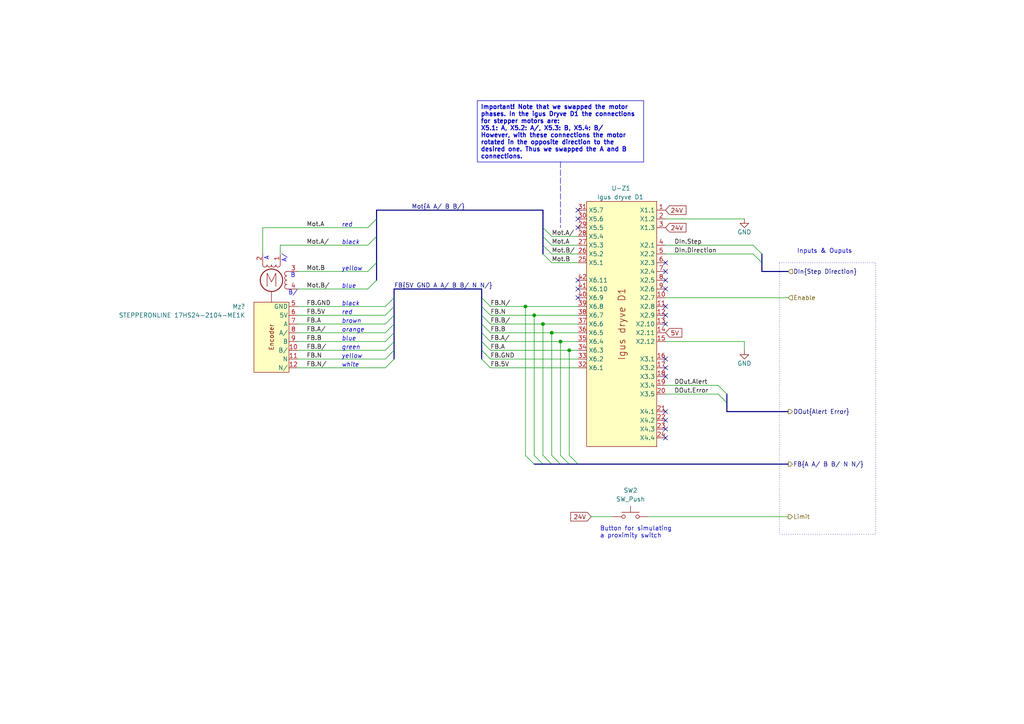
<source format=kicad_sch>
(kicad_sch (version 20250114) (generator "eeschema") (generator_version "9.0")
  (paper "A4")
  (title_block (title "Axis 1 - stepper motor") (date "2023-07-20") (company "CITIC Research Center & Department of Computer Engineering, University of A Coruña."))
  (lib_symbols
    (symbol "Gantry_Robot_Components:Igus_dryve_D1"
      (property "Reference" "U" (at 40.64 12.7 0))
      (property "Value" "Igus dryve D1" (at 25.4 -12.7 0))
      (symbol "Igus_dryve_D1_1_1"
        (rectangle (start -35.56 10.16) (end 35.56 -10.16) (fill (type background)))
        (text "Igus dryve D1" (at 0 0 0) (effects (font (size 2 2))))
        (pin power_in line (at -33.02 12.7 270) (length 2.54) (name "X1.1") (number "1"))
        (pin power_out line (at -33.02 -12.7 90) (length 2.54) (name "X5.7") (number "31"))
        (pin power_in line (at -30.48 12.7 270) (length 2.54) (name "X1.2") (number "2"))
        (pin power_out line (at -30.48 -12.7 90) (length 2.54) (name "X5.6") (number "30"))
        (pin power_in line (at -27.94 12.7 270) (length 2.54) (name "X1.3") (number "3"))
        (pin passive line (at -27.94 -12.7 90) (length 2.54) (name "X5.5") (number "29"))
        (pin passive line (at -25.4 -12.7 90) (length 2.54) (name "X5.4") (number "28"))
        (pin input line (at -22.86 12.7 270) (length 2.54) (name "X2.1") (number "4"))
        (pin passive line (at -22.86 -12.7 90) (length 2.54) (name "X5.3") (number "27"))
        (pin input line (at -20.32 12.7 270) (length 2.54) (name "X2.2") (number "5"))
        (pin passive line (at -20.32 -12.7 90) (length 2.54) (name "X5.2") (number "26"))
        (pin input line (at -17.78 12.7 270) (length 2.54) (name "X2.3") (number "6"))
        (pin passive line (at -17.78 -12.7 90) (length 2.54) (name "X5.1") (number "25"))
        (pin input line (at -15.24 12.7 270) (length 2.54) (name "X2.4") (number "7"))
        (pin input line (at -12.7 12.7 270) (length 2.54) (name "X2.5") (number "8"))
        (pin input line (at -12.7 -12.7 90) (length 2.54) (name "X6.11") (number "42"))
        (pin input line (at -10.16 12.7 270) (length 2.54) (name "X2.6") (number "9"))
        (pin input line (at -10.16 -12.7 90) (length 2.54) (name "X6.10") (number "41"))
        (pin input line (at -7.62 12.7 270) (length 2.54) (name "X2.7") (number "10"))
        (pin input line (at -7.62 -12.7 90) (length 2.54) (name "X6.9") (number "40"))
        (pin input line (at -5.08 12.7 270) (length 2.54) (name "X2.8") (number "11"))
        (pin input line (at -5.08 -12.7 90) (length 2.54) (name "X6.8") (number "39"))
        (pin input line (at -2.54 12.7 270) (length 2.54) (name "X2.9") (number "12"))
        (pin input line (at -2.54 -12.7 90) (length 2.54) (name "X6.7") (number "38"))
        (pin input line (at 0 12.7 270) (length 2.54) (name "X2.10") (number "13"))
        (pin input line (at 0 -12.7 90) (length 2.54) (name "X6.6") (number "37"))
        (pin power_in line (at 2.54 12.7 270) (length 2.54) (name "X2.11") (number "14"))
        (pin input line (at 2.54 -12.7 90) (length 2.54) (name "X6.5") (number "36"))
        (pin power_in line (at 5.08 12.7 270) (length 2.54) (name "X2.12") (number "15"))
        (pin input line (at 5.08 -12.7 90) (length 2.54) (name "X6.4") (number "35"))
        (pin input line (at 7.62 -12.7 90) (length 2.54) (name "X6.3") (number "34"))
        (pin output line (at 10.16 12.7 270) (length 2.54) (name "X3.1") (number "16"))
        (pin power_out line (at 10.16 -12.7 90) (length 2.54) (name "X6.2") (number "33"))
        (pin output line (at 12.7 12.7 270) (length 2.54) (name "X3.2") (number "17"))
        (pin power_out line (at 12.7 -12.7 90) (length 2.54) (name "X6.1") (number "32"))
        (pin output line (at 15.24 12.7 270) (length 2.54) (name "X3.3") (number "18"))
        (pin output line (at 17.78 12.7 270) (length 2.54) (name "X3.4") (number "19"))
        (pin output line (at 20.32 12.7 270) (length 2.54) (name "X3.5") (number "20"))
        (pin power_out line (at 25.4 12.7 270) (length 2.54) (name "X4.1") (number "21"))
        (pin input line (at 27.94 12.7 270) (length 2.54) (name "X4.2") (number "22"))
        (pin input line (at 30.48 12.7 270) (length 2.54) (name "X4.3") (number "23"))
        (pin power_out line (at 33.02 12.7 270) (length 2.54) (name "X4.4") (number "24"))
      )
    )
    (symbol "Gantry_Robot_Components:Stepper_Motor_Bipolar_with_RS-422_Encoder" (pin_names (offset 0.3))
      (property "Reference" "M" (at 7.62 -11.43 0))
      (property "Value" "Stepper_Motor_Bipolar_with_RS-422_Encoder" (at 7.62 -12.7 0))
      (symbol "Stepper_Motor_Bipolar_with_RS-422_Encoder_0_0"
        (polyline (pts (xy -1.27 -1.778) (xy -1.27 2.032) (xy 0 -0.508) (xy 1.27 2.032) (xy 1.27 -1.778)))
      )
      (symbol "Stepper_Motor_Bipolar_with_RS-422_Encoder_0_1"
        (polyline (pts (xy -5.08 2.54) (xy -4.445 2.54)))
        (polyline (pts (xy -5.08 -2.54) (xy -4.445 -2.54)))
        (arc (start -4.445 2.54) (mid -3.8127 1.905) (end -4.445 1.27))
        (arc (start -4.445 1.27) (mid -3.8127 0.635) (end -4.445 0))
        (arc (start -4.445 0) (mid -3.8127 -0.635) (end -4.445 -1.27))
        (arc (start -4.445 -1.27) (mid -3.8127 -1.905) (end -4.445 -2.54))
        (polyline (pts (xy -2.54 5.08) (xy -2.54 4.445)))
        (arc (start -1.27 4.445) (mid -1.905 3.8127) (end -2.54 4.445))
        (arc (start 0 4.445) (mid -0.635 3.8127) (end -1.27 4.445))
        (circle (center 0 0) (radius 3.2512) (stroke (width 0.254)))
        (polyline (pts (xy 0 -3.302) (xy 0 -6.35)))
        (arc (start 1.27 4.445) (mid 0.635 3.8127) (end 0 4.445))
        (arc (start 2.54 4.445) (mid 1.905 3.8127) (end 1.27 4.445))
        (polyline (pts (xy 2.54 5.08) (xy 2.54 4.445)))
      )
      (symbol "Stepper_Motor_Bipolar_with_RS-422_Encoder_1_1"
        (rectangle (start -5.08 -6.35) (end 5.08 -26.67) (fill (type background)))
        (text "Encoder" (at 0 -16.51 900) (effects (font (size 1.27 1.27))))
        (pin passive line (at -7.62 2.54 0) (length 2.54) (name "~") (number "3"))
        (pin passive line (at -7.62 -2.54 0) (length 2.54) (name "~") (number "4"))
        (pin power_in line (at -7.62 -7.62 0) (length 2.54) (name "GND") (number "5"))
        (pin power_in line (at -7.62 -10.16 0) (length 2.54) (name "5V") (number "6"))
        (pin output line (at -7.62 -12.7 0) (length 2.54) (name "A") (number "7"))
        (pin output line (at -7.62 -15.24 0) (length 2.54) (name "A/") (number "8"))
        (pin output line (at -7.62 -17.78 0) (length 2.54) (name "B") (number "9"))
        (pin output line (at -7.62 -20.32 0) (length 2.54) (name "B/") (number "10"))
        (pin output line (at -7.62 -22.86 0) (length 2.54) (name "N") (number "11"))
        (pin output line (at -7.62 -25.4 0) (length 2.54) (name "N/") (number "12"))
        (pin passive line (at -2.54 7.62 270) (length 2.54) (name "~") (number "1"))
        (pin passive line (at 2.54 7.62 270) (length 2.54) (name "~") (number "2"))
      )
    )
    (symbol "Switch:SW_Push" (pin_numbers (hide yes)) (pin_names (offset 1.016) (hide yes))
      (property "Reference" "SW" (at 1.27 2.54 0))
      (property "Value" "SW_Push" (at 0 -1.524 0))
      (symbol "SW_Push_0_1"
        (circle (center -2.032 0) (radius 0.508))
        (polyline (pts (xy 0 1.27) (xy 0 3.048)))
        (circle (center 2.032 0) (radius 0.508))
        (polyline (pts (xy 2.54 1.27) (xy -2.54 1.27)))
        (pin passive line (at -5.08 0 0) (length 2.54) (name "1") (number "1"))
        (pin passive line (at 5.08 0 180) (length 2.54) (name "2") (number "2"))
      )
    )
    (symbol "power:GND" (power) (pin_names (offset 0))
      (property "Value" "GND" (at 0 -3.81 0))
      (symbol "GND_0_1"
        (polyline (pts (xy 0 0) (xy 0 -1.27) (xy 1.27 -1.27) (xy 0 -2.54) (xy -1.27 -1.27) (xy 0 -1.27)))
      )
      (symbol "GND_1_1"
        (pin power_in line (at 0 0 270) (length 0) (hide yes) (name "GND") (number "1"))
      )
    )
  )
  (rectangle (start 226.06 76.2) (end 254 154.94) (stroke (width 0) (type dot)))
  (text "Inputs & Ouputs" (at 231.14 73.66 0) (effects (font (size 1.27 1.27)) (justify left bottom)))
  (text "green" (at 99.06 101.6 0) (effects (font (size 1.27 1.27) (italic yes)) (justify left bottom)))
  (text "B/" (at 86.36 85.725 0) (effects (font (size 1.27 1.27)) (justify right bottom)))
  (text "Button for simulating\na proximity switch" (at 173.99 156.21 0) (effects (font (size 1.27 1.27)) (justify left bottom)))
  (text "B" (at 85.725 80.645 0) (effects (font (size 1.27 1.27)) (justify right bottom)))
  (text "red" (at 99.06 91.44 0) (effects (font (size 1.27 1.27) (italic yes)) (justify left bottom)))
  (text "red" (at 99.06 66.04 0) (effects (font (size 1.27 1.27) (italic yes)) (justify left bottom)))
  (text "brown" (at 99.06 93.98 0) (effects (font (size 1.27 1.27) (italic yes)) (justify left bottom)))
  (text "black" (at 99.06 88.9 0) (effects (font (size 1.27 1.27) (italic yes)) (justify left bottom)))
  (text "blue" (at 99.06 99.06 0) (effects (font (size 1.27 1.27) (italic yes)) (justify left bottom)))
  (text "white" (at 99.06 106.68 0) (effects (font (size 1.27 1.27) (italic yes)) (justify left bottom)))
  (text "orange" (at 99.06 96.52 0) (effects (font (size 1.27 1.27) (italic yes)) (justify left bottom)))
  (text "yellow" (at 99.06 104.14 0) (effects (font (size 1.27 1.27) (italic yes)) (justify left bottom)))
  (text "A" (at 78.105 75.565 90) (effects (font (size 1.27 1.27)) (justify left bottom)))
  (text "yellow" (at 99.06 78.74 0) (effects (font (size 1.27 1.27) (italic yes)) (justify left bottom)))
  (text "A/" (at 83.185 76.2 90) (effects (font (size 1.27 1.27)) (justify left bottom)))
  (text "blue" (at 99.06 83.82 0) (effects (font (size 1.27 1.27) (italic yes)) (justify left bottom)))
  (text "black" (at 99.06 71.12 0) (effects (font (size 1.27 1.27) (italic yes)) (justify left bottom)))
  (text_box "Important! Note that we swapped the motor phases. In the igus Dryve D1 the connections for stepper motors are:\nX5.1: A, X5.2: A/, X5.3: B, X5.4: B/\nHowever, with these connections the motor rotated in the opposite direction to the desired one. Thus we swapped the A and B connections." (at 138.43 29.21 0) (size 48.26 17.78) (margins 0.9525 0.9525 0.9525 0.9525) (effects (font (size 1.27 1.27) (thickness 0.254) (bold yes)) (justify left)))
  (junction (at 152.4 88.9))
  (junction (at 157.48 93.98))
  (junction (at 162.56 99.06))
  (junction (at 160.02 96.52))
  (junction (at 165.1 101.6))
  (junction (at 154.94 91.44))
  (no_connect (at 167.64 83.82))
  (no_connect (at 167.64 66.04))
  (no_connect (at 167.64 86.36))
  (no_connect (at 193.04 78.74))
  (no_connect (at 193.04 81.28))
  (no_connect (at 193.04 83.82))
  (no_connect (at 193.04 104.14))
  (no_connect (at 193.04 106.68))
  (no_connect (at 193.04 121.92))
  (no_connect (at 193.04 127))
  (no_connect (at 167.64 60.96))
  (no_connect (at 167.64 63.5))
  (no_connect (at 193.04 88.9))
  (no_connect (at 167.64 81.28))
  (no_connect (at 193.04 119.38))
  (no_connect (at 193.04 76.2))
  (no_connect (at 193.04 109.22))
  (no_connect (at 193.04 91.44))
  (no_connect (at 193.04 93.98))
  (no_connect (at 193.04 124.46))
  (bus_entry (at 106.68 66.04) (size 2.54 -2.54))
  (bus_entry (at 139.7 104.14) (size 2.54 2.54))
  (bus_entry (at 111.76 91.44) (size 2.54 -2.54))
  (bus_entry (at 160.02 76.2) (size -2.54 -2.54))
  (bus_entry (at 111.76 106.68) (size 2.54 -2.54))
  (bus_entry (at 208.28 111.76) (size 2.54 2.54))
  (bus_entry (at 111.76 93.98) (size 2.54 -2.54))
  (bus_entry (at 154.94 132.08) (size 2.54 2.54))
  (bus_entry (at 160.02 73.66) (size -2.54 -2.54))
  (bus_entry (at 139.7 101.6) (size 2.54 2.54))
  (bus_entry (at 218.44 71.12) (size 2.54 2.54))
  (bus_entry (at 208.28 114.3) (size 2.54 2.54))
  (bus_entry (at 218.44 73.66) (size 2.54 2.54))
  (bus_entry (at 111.76 104.14) (size 2.54 -2.54))
  (bus_entry (at 157.48 132.08) (size 2.54 2.54))
  (bus_entry (at 111.76 96.52) (size 2.54 -2.54))
  (bus_entry (at 106.68 83.82) (size 2.54 -2.54))
  (bus_entry (at 139.7 96.52) (size 2.54 2.54))
  (bus_entry (at 160.02 132.08) (size 2.54 2.54))
  (bus_entry (at 111.76 99.06) (size 2.54 -2.54))
  (bus_entry (at 162.56 132.08) (size 2.54 2.54))
  (bus_entry (at 106.68 78.74) (size 2.54 -2.54))
  (bus_entry (at 152.4 132.08) (size 2.54 2.54))
  (bus_entry (at 160.02 68.58) (size -2.54 -2.54))
  (bus_entry (at 111.76 101.6) (size 2.54 -2.54))
  (bus_entry (at 160.02 71.12) (size -2.54 -2.54))
  (bus_entry (at 106.68 71.12) (size 2.54 -2.54))
  (bus_entry (at 142.24 88.9) (size -2.54 -2.54))
  (bus_entry (at 139.7 91.44) (size 2.54 2.54))
  (bus_entry (at 139.7 93.98) (size 2.54 2.54))
  (bus_entry (at 165.1 132.08) (size 2.54 2.54))
  (bus_entry (at 139.7 88.9) (size 2.54 2.54))
  (bus_entry (at 111.76 88.9) (size 2.54 -2.54))
  (bus_entry (at 139.7 99.06) (size 2.54 2.54))
  (bus (pts (xy 167.64 134.62) (xy 228.6 134.62)))
  (bus (pts (xy 210.82 116.84) (xy 210.82 119.38)))
  (wire (pts (xy 162.56 99.06) (xy 167.64 99.06)))
  (wire (pts (xy 86.36 83.82) (xy 106.68 83.82)))
  (bus (pts (xy 160.02 134.62) (xy 162.56 134.62)))
  (wire (pts (xy 76.2 66.04) (xy 106.68 66.04)))
  (wire (pts (xy 162.56 99.06) (xy 162.56 132.08)))
  (wire (pts (xy 215.9 99.06) (xy 193.04 99.06)))
  (wire (pts (xy 86.36 106.68) (xy 111.76 106.68)))
  (wire (pts (xy 160.02 96.52) (xy 167.64 96.52)))
  (wire (pts (xy 157.48 93.98) (xy 142.24 93.98)))
  (bus (pts (xy 109.22 76.2) (xy 109.22 81.28)))
  (wire (pts (xy 165.1 101.6) (xy 165.1 132.08)))
  (wire (pts (xy 160.02 96.52) (xy 142.24 96.52)))
  (wire (pts (xy 167.64 106.68) (xy 142.24 106.68)))
  (bus (pts (xy 109.22 63.5) (xy 109.22 68.58)))
  (bus (pts (xy 220.98 73.66) (xy 220.98 76.2)))
  (bus (pts (xy 114.3 96.52) (xy 114.3 99.06)))
  (wire (pts (xy 157.48 93.98) (xy 157.48 132.08)))
  (bus (pts (xy 139.7 101.6) (xy 139.7 99.06)))
  (wire (pts (xy 193.04 73.66) (xy 218.44 73.66)))
  (bus (pts (xy 139.7 91.44) (xy 139.7 88.9)))
  (wire (pts (xy 152.4 88.9) (xy 152.4 132.08)))
  (wire (pts (xy 167.64 71.12) (xy 160.02 71.12)))
  (wire (pts (xy 193.04 86.36) (xy 228.6 86.36)))
  (bus (pts (xy 165.1 134.62) (xy 167.64 134.62)))
  (wire (pts (xy 208.28 114.3) (xy 193.04 114.3)))
  (bus (pts (xy 157.48 66.04) (xy 157.48 60.96)))
  (wire (pts (xy 160.02 96.52) (xy 160.02 132.08)))
  (wire (pts (xy 86.36 78.74) (xy 106.68 78.74)))
  (wire (pts (xy 152.4 88.9) (xy 142.24 88.9)))
  (wire (pts (xy 167.64 68.58) (xy 160.02 68.58)))
  (bus (pts (xy 109.22 60.96) (xy 109.22 63.5)))
  (wire (pts (xy 86.36 99.06) (xy 111.76 99.06)))
  (wire (pts (xy 167.64 76.2) (xy 160.02 76.2)))
  (bus (pts (xy 139.7 88.9) (xy 139.7 86.36)))
  (bus (pts (xy 210.82 119.38) (xy 228.6 119.38)))
  (bus (pts (xy 114.3 99.06) (xy 114.3 101.6)))
  (wire (pts (xy 152.4 88.9) (xy 167.64 88.9)))
  (wire (pts (xy 154.94 91.44) (xy 142.24 91.44)))
  (wire (pts (xy 215.9 101.6) (xy 215.9 99.06)))
  (bus (pts (xy 114.3 93.98) (xy 114.3 96.52)))
  (bus (pts (xy 114.3 91.44) (xy 114.3 93.98)))
  (wire (pts (xy 86.36 101.6) (xy 111.76 101.6)))
  (wire (pts (xy 167.64 73.66) (xy 160.02 73.66)))
  (bus (pts (xy 210.82 114.3) (xy 210.82 116.84)))
  (wire (pts (xy 171.45 149.86) (xy 177.8 149.86)))
  (wire (pts (xy 167.64 101.6) (xy 165.1 101.6)))
  (bus (pts (xy 139.7 99.06) (xy 139.7 96.52)))
  (wire (pts (xy 81.28 73.66) (xy 81.28 71.12)))
  (wire (pts (xy 193.04 71.12) (xy 218.44 71.12)))
  (wire (pts (xy 154.94 91.44) (xy 167.64 91.44)))
  (bus (pts (xy 114.3 83.82) (xy 139.7 83.82)))
  (wire (pts (xy 86.36 91.44) (xy 111.76 91.44)))
  (wire (pts (xy 187.96 149.86) (xy 228.6 149.86)))
  (bus (pts (xy 114.3 88.9) (xy 114.3 91.44)))
  (bus (pts (xy 157.48 66.04) (xy 157.48 68.58)))
  (wire (pts (xy 162.56 99.06) (xy 142.24 99.06)))
  (bus (pts (xy 154.94 134.62) (xy 157.48 134.62)))
  (wire (pts (xy 165.1 101.6) (xy 142.24 101.6)))
  (bus (pts (xy 157.48 134.62) (xy 160.02 134.62)))
  (wire (pts (xy 86.36 93.98) (xy 111.76 93.98)))
  (wire (pts (xy 81.28 71.12) (xy 106.68 71.12)))
  (bus (pts (xy 114.3 86.36) (xy 114.3 88.9)))
  (bus (pts (xy 114.3 101.6) (xy 114.3 104.14)))
  (bus (pts (xy 139.7 83.82) (xy 139.7 86.36)))
  (bus (pts (xy 157.48 71.12) (xy 157.48 73.66)))
  (wire (pts (xy 193.04 63.5) (xy 215.9 63.5)))
  (bus (pts (xy 139.7 96.52) (xy 139.7 93.98)))
  (bus (pts (xy 109.22 68.58) (xy 109.22 76.2)))
  (wire (pts (xy 76.2 73.66) (xy 76.2 66.04)))
  (bus (pts (xy 220.98 78.74) (xy 228.6 78.74)))
  (bus (pts (xy 157.48 68.58) (xy 157.48 71.12)))
  (wire (pts (xy 86.36 104.14) (xy 111.76 104.14)))
  (wire (pts (xy 167.64 104.14) (xy 142.24 104.14)))
  (bus (pts (xy 139.7 104.14) (xy 139.7 101.6)))
  (wire (pts (xy 157.48 93.98) (xy 167.64 93.98)))
  (wire (pts (xy 86.36 96.52) (xy 111.76 96.52)))
  (bus (pts (xy 109.22 60.96) (xy 157.48 60.96)))
  (polyline (pts (xy 162.56 46.99) (xy 162.56 66.04)) (stroke (width 0) (type dash)))
  (bus (pts (xy 114.3 86.36) (xy 114.3 83.82)))
  (bus (pts (xy 139.7 93.98) (xy 139.7 91.44)))
  (wire (pts (xy 154.94 91.44) (xy 154.94 132.08)))
  (bus (pts (xy 220.98 76.2) (xy 220.98 78.74)))
  (wire (pts (xy 208.28 111.76) (xy 193.04 111.76)))
  (wire (pts (xy 86.36 88.9) (xy 111.76 88.9)))
  (bus (pts (xy 162.56 134.62) (xy 165.1 134.62)))
  (label "FB.N{slash}" (at 88.9 106.68 0))
  (label "FB.A" (at 88.9 93.98 0))
  (label "DIn.Step" (at 195.58 71.12 0))
  (label "DIn.Direction" (at 195.58 73.66 0))
  (label "FB.B" (at 142.24 96.52 0))
  (label "FB.GND" (at 142.24 104.14 0))
  (label "Mot.B" (at 160.02 76.2 0))
  (label "FB.N{slash}" (at 142.24 88.9 0))
  (label "Mot.A" (at 160.02 71.12 0))
  (label "FB.B{slash}" (at 142.24 93.98 0))
  (label "FB.5V" (at 88.9 91.44 0))
  (label "FB.GND" (at 88.9 88.9 0))
  (label "Mot.B{slash}" (at 88.9 83.82 0))
  (label "FB.A{slash}" (at 142.24 99.06 0))
  (label "Mot{A A{slash} B B{slash}}" (at 119.38 60.96 0))
  (label "FB{5V GND A A{slash} B B{slash} N N{slash}}" (at 114.3 83.82 0))
  (label "DOut.Error" (at 195.58 114.3 0))
  (label "FB.B" (at 88.9 99.06 0))
  (label "FB.B{slash}" (at 88.9 101.6 0))
  (label "FB.5V" (at 142.24 106.68 0))
  (label "DOut.Alert" (at 195.58 111.76 0))
  (label "Mot.B" (at 88.9 78.74 0))
  (label "Mot.A{slash}" (at 160.02 68.58 0))
  (label "Mot.B{slash}" (at 160.02 73.66 0))
  (label "FB.A" (at 142.24 101.6 0))
  (label "FB.N" (at 88.9 104.14 0))
  (label "Mot.A{slash}" (at 88.9 71.12 0))
  (label "FB.N" (at 142.24 91.44 0))
  (label "FB.A{slash}" (at 88.9 96.52 0))
  (label "Mot.A" (at 88.9 66.04 0))
  (global_label "24V" (shape input) (at 171.45 149.86 180) (property "Intersheetrefs" "${INTERSHEET_REFS}" (effects (hide yes))))
  (global_label "24V" (shape input) (at 193.04 60.96 0) (property "Intersheetrefs" "${INTERSHEET_REFS}" (effects (hide yes))))
  (global_label "24V" (shape input) (at 193.04 66.04 0) (property "Intersheetrefs" "${INTERSHEET_REFS}" (effects (hide yes))))
  (global_label "5V" (shape input) (at 193.04 96.52 0) (property "Intersheetrefs" "${INTERSHEET_REFS}" (effects (hide yes))))
  (hierarchical_label "DOut{Alert Error}" (shape output) (at 228.6 119.38 0))
  (hierarchical_label "Limit" (shape output) (at 228.6 149.86 0))
  (hierarchical_label "Enable" (shape input) (at 228.6 86.36 0))
  (hierarchical_label "FB{A A{slash} B B{slash} N N{slash}}" (shape output) (at 228.6 134.62 0))
  (hierarchical_label "DIn{Step Direction}" (shape input) (at 228.6 78.74 0))
  (symbol (lib_id "power:GND") (at 215.9 101.6 0) (unit 1)
    (property "Reference" "#PWR0101" (effects (hide yes)))
    (property "Value" "GND" (at 215.9 105.41 0))
    (instances (project "pruebas_robot" (path "" (reference "#PWR0101") (unit 1)) (path "" (reference "#PWR043") (unit 1))))
  )
  (symbol (lib_id "Switch:SW_Push") (at 182.88 149.86 0) (unit 1)
    (property "Reference" "SW2" (at 182.88 142.24 0))
    (property "Value" "SW_Push" (at 182.88 144.78 0))
    (instances (project "pruebas_robot" (path "" (reference "SW2") (unit 1)) (path "" (reference "SW1") (unit 1))))
  )
  (symbol (lib_id "power:GND") (at 215.9 63.5 0) (mirror y) (unit 1)
    (property "Reference" "#PWR0102" (effects (hide yes)))
    (property "Value" "GND" (at 215.9 67.31 0))
    (instances (project "pruebas_robot" (path "" (reference "#PWR0102") (unit 1)) (path "" (reference "#PWR038") (unit 1))))
  )
  (symbol (lib_id "Gantry_Robot_Components:Stepper_Motor_Bipolar_with_RS-422_Encoder") (at 78.74 81.28 0) (mirror y) (unit 1)
    (property "Reference" "M2" (at 71.12 88.9 0) (effects (justify left)))
    (property "Value" "STEPPERONLINE 17HS24-2104-ME1K" (at 71.12 91.44 0) (effects (justify left)))
    (property "Datasheet" "http://www.infineon.com/dgdl/Application-Note-TLE8110EE_driving_UniPolarStepperMotor_V1.1.pdf?fileId=db3a30431be39b97011be5d0aa0a00b0" (effects (hide yes)))
    (instances (project "pruebas_robot" (path "" (reference "M_{Z}?") (unit 1)) (path "" (reference "M2") (unit 1)) (path "" (reference "M_{Z}1") (unit 1))))
  )
  (symbol (lib_id "Gantry_Robot_Components:Igus_dryve_D1") (at 180.34 93.98 270) (unit 1)
    (property "Reference" "U-Z1" (at 182.88 54.61 90) (effects (justify right)))
    (property "Value" "Igus dryve D1" (at 186.69 57.15 90) (effects (justify right)))
    (property "Datasheet" "https://igus.widen.net/content/lx2pnlx7jc/original/Operating%20Manual%20dryve%20D1%20V3.0.1.pdf" (effects (hide yes)))
  )
)
</source>
